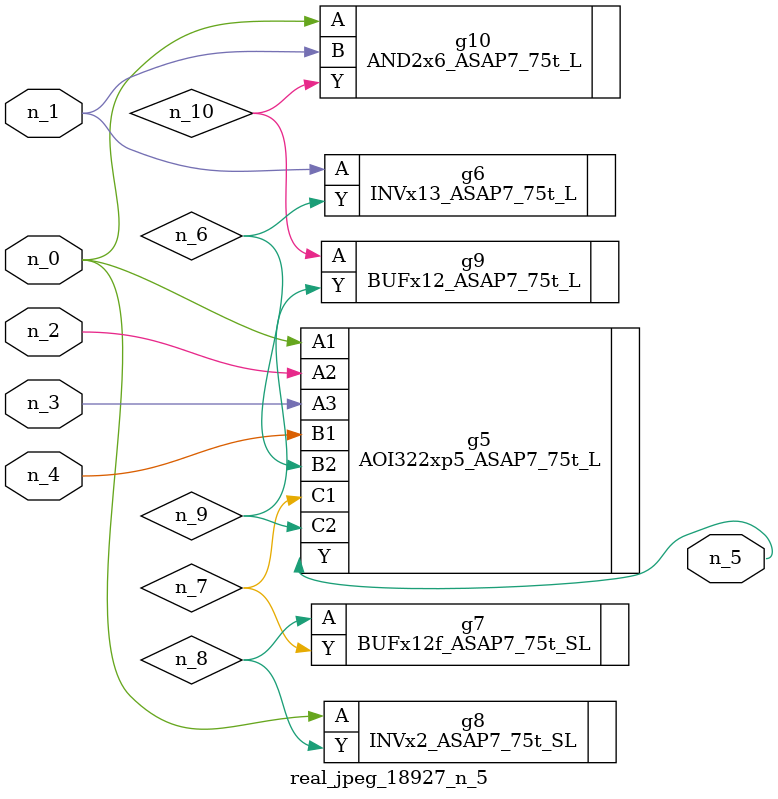
<source format=v>
module real_jpeg_18927_n_5 (n_4, n_0, n_1, n_2, n_3, n_5);

input n_4;
input n_0;
input n_1;
input n_2;
input n_3;

output n_5;

wire n_8;
wire n_6;
wire n_7;
wire n_10;
wire n_9;

AOI322xp5_ASAP7_75t_L g5 ( 
.A1(n_0),
.A2(n_2),
.A3(n_3),
.B1(n_4),
.B2(n_6),
.C1(n_7),
.C2(n_9),
.Y(n_5)
);

INVx2_ASAP7_75t_SL g8 ( 
.A(n_0),
.Y(n_8)
);

AND2x6_ASAP7_75t_L g10 ( 
.A(n_0),
.B(n_1),
.Y(n_10)
);

INVx13_ASAP7_75t_L g6 ( 
.A(n_1),
.Y(n_6)
);

BUFx12f_ASAP7_75t_SL g7 ( 
.A(n_8),
.Y(n_7)
);

BUFx12_ASAP7_75t_L g9 ( 
.A(n_10),
.Y(n_9)
);


endmodule
</source>
